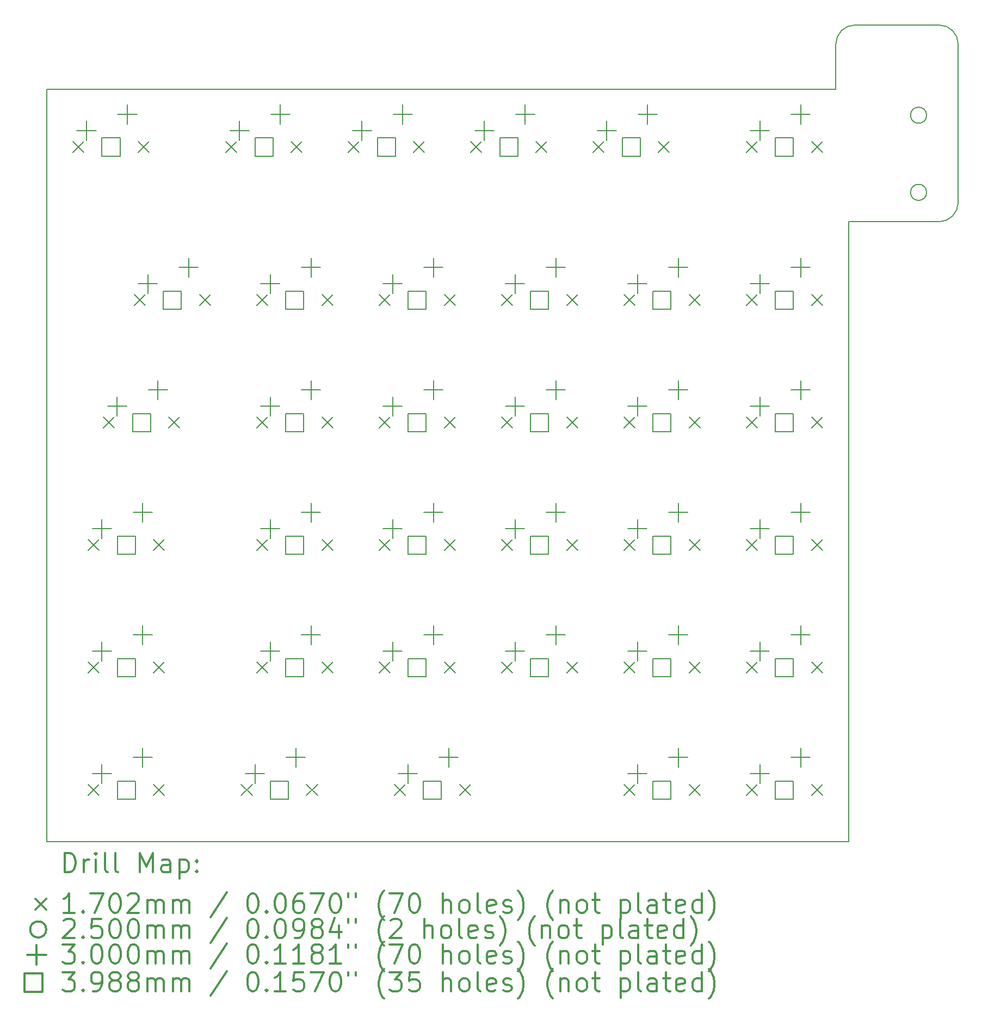
<source format=gbr>
%FSLAX45Y45*%
G04 Gerber Fmt 4.5, Leading zero omitted, Abs format (unit mm)*
G04 Created by KiCad (PCBNEW 5.1.12-1.fc34) date 2021-12-19 19:02:48*
%MOMM*%
%LPD*%
G01*
G04 APERTURE LIST*
%TA.AperFunction,Profile*%
%ADD10C,0.200000*%
%TD*%
%ADD11C,0.200000*%
%ADD12C,0.300000*%
G04 APERTURE END LIST*
D10*
X16993410Y-2435765D02*
X16993410Y-4195765D01*
X16693410Y-4495765D02*
X15288410Y-4495765D01*
X16993410Y-4195765D02*
G75*
G02*
X16693410Y-4495765I-300000J0D01*
G01*
X2810926Y-14137000D02*
X2810926Y-2435765D01*
X16693410Y-1435765D02*
G75*
G02*
X16993410Y-1735765I0J-300000D01*
G01*
X16993410Y-1735765D02*
X16993410Y-2435765D01*
X15288410Y-14137000D02*
X2810926Y-14137000D01*
X15088410Y-1735765D02*
X15088410Y-2435765D01*
X2810926Y-2435765D02*
X15088410Y-2435765D01*
X16693410Y-1435765D02*
X15388410Y-1435765D01*
X15088410Y-1735765D02*
G75*
G02*
X15388410Y-1435765I300000J0D01*
G01*
X15288410Y-4495765D02*
X15288410Y-14137000D01*
D11*
X3216910Y-3248660D02*
X3387090Y-3418840D01*
X3387090Y-3248660D02*
X3216910Y-3418840D01*
X3455035Y-9439910D02*
X3625215Y-9610090D01*
X3625215Y-9439910D02*
X3455035Y-9610090D01*
X3455035Y-11344910D02*
X3625215Y-11515090D01*
X3625215Y-11344910D02*
X3455035Y-11515090D01*
X3455035Y-13249910D02*
X3625215Y-13420090D01*
X3625215Y-13249910D02*
X3455035Y-13420090D01*
X3693160Y-7534910D02*
X3863340Y-7705090D01*
X3863340Y-7534910D02*
X3693160Y-7705090D01*
X4169410Y-5629910D02*
X4339590Y-5800090D01*
X4339590Y-5629910D02*
X4169410Y-5800090D01*
X4232910Y-3248660D02*
X4403090Y-3418840D01*
X4403090Y-3248660D02*
X4232910Y-3418840D01*
X4471035Y-9439910D02*
X4641215Y-9610090D01*
X4641215Y-9439910D02*
X4471035Y-9610090D01*
X4471035Y-11344910D02*
X4641215Y-11515090D01*
X4641215Y-11344910D02*
X4471035Y-11515090D01*
X4471035Y-13249910D02*
X4641215Y-13420090D01*
X4641215Y-13249910D02*
X4471035Y-13420090D01*
X4709160Y-7534910D02*
X4879340Y-7705090D01*
X4879340Y-7534910D02*
X4709160Y-7705090D01*
X5185410Y-5629910D02*
X5355590Y-5800090D01*
X5355590Y-5629910D02*
X5185410Y-5800090D01*
X5598160Y-3248660D02*
X5768340Y-3418840D01*
X5768340Y-3248660D02*
X5598160Y-3418840D01*
X5836285Y-13249910D02*
X6006465Y-13420090D01*
X6006465Y-13249910D02*
X5836285Y-13420090D01*
X6074410Y-5629910D02*
X6244590Y-5800090D01*
X6244590Y-5629910D02*
X6074410Y-5800090D01*
X6074410Y-7534910D02*
X6244590Y-7705090D01*
X6244590Y-7534910D02*
X6074410Y-7705090D01*
X6074410Y-9439910D02*
X6244590Y-9610090D01*
X6244590Y-9439910D02*
X6074410Y-9610090D01*
X6074410Y-11344910D02*
X6244590Y-11515090D01*
X6244590Y-11344910D02*
X6074410Y-11515090D01*
X6614160Y-3248660D02*
X6784340Y-3418840D01*
X6784340Y-3248660D02*
X6614160Y-3418840D01*
X6852285Y-13249910D02*
X7022465Y-13420090D01*
X7022465Y-13249910D02*
X6852285Y-13420090D01*
X7090410Y-5629910D02*
X7260590Y-5800090D01*
X7260590Y-5629910D02*
X7090410Y-5800090D01*
X7090410Y-7534910D02*
X7260590Y-7705090D01*
X7260590Y-7534910D02*
X7090410Y-7705090D01*
X7090410Y-9439910D02*
X7260590Y-9610090D01*
X7260590Y-9439910D02*
X7090410Y-9610090D01*
X7090410Y-11344910D02*
X7260590Y-11515090D01*
X7260590Y-11344910D02*
X7090410Y-11515090D01*
X7503160Y-3248660D02*
X7673340Y-3418840D01*
X7673340Y-3248660D02*
X7503160Y-3418840D01*
X7979410Y-5629910D02*
X8149590Y-5800090D01*
X8149590Y-5629910D02*
X7979410Y-5800090D01*
X7979410Y-7534910D02*
X8149590Y-7705090D01*
X8149590Y-7534910D02*
X7979410Y-7705090D01*
X7979410Y-9439910D02*
X8149590Y-9610090D01*
X8149590Y-9439910D02*
X7979410Y-9610090D01*
X7979410Y-11344910D02*
X8149590Y-11515090D01*
X8149590Y-11344910D02*
X7979410Y-11515090D01*
X8217535Y-13249910D02*
X8387715Y-13420090D01*
X8387715Y-13249910D02*
X8217535Y-13420090D01*
X8519160Y-3248660D02*
X8689340Y-3418840D01*
X8689340Y-3248660D02*
X8519160Y-3418840D01*
X8995410Y-5629910D02*
X9165590Y-5800090D01*
X9165590Y-5629910D02*
X8995410Y-5800090D01*
X8995410Y-7534910D02*
X9165590Y-7705090D01*
X9165590Y-7534910D02*
X8995410Y-7705090D01*
X8995410Y-9439910D02*
X9165590Y-9610090D01*
X9165590Y-9439910D02*
X8995410Y-9610090D01*
X8995410Y-11344910D02*
X9165590Y-11515090D01*
X9165590Y-11344910D02*
X8995410Y-11515090D01*
X9233535Y-13249910D02*
X9403715Y-13420090D01*
X9403715Y-13249910D02*
X9233535Y-13420090D01*
X9408160Y-3248660D02*
X9578340Y-3418840D01*
X9578340Y-3248660D02*
X9408160Y-3418840D01*
X9884410Y-5629910D02*
X10054590Y-5800090D01*
X10054590Y-5629910D02*
X9884410Y-5800090D01*
X9884410Y-7534910D02*
X10054590Y-7705090D01*
X10054590Y-7534910D02*
X9884410Y-7705090D01*
X9884410Y-9439910D02*
X10054590Y-9610090D01*
X10054590Y-9439910D02*
X9884410Y-9610090D01*
X9884410Y-11344910D02*
X10054590Y-11515090D01*
X10054590Y-11344910D02*
X9884410Y-11515090D01*
X10424160Y-3248660D02*
X10594340Y-3418840D01*
X10594340Y-3248660D02*
X10424160Y-3418840D01*
X10900410Y-5629910D02*
X11070590Y-5800090D01*
X11070590Y-5629910D02*
X10900410Y-5800090D01*
X10900410Y-7534910D02*
X11070590Y-7705090D01*
X11070590Y-7534910D02*
X10900410Y-7705090D01*
X10900410Y-9439910D02*
X11070590Y-9610090D01*
X11070590Y-9439910D02*
X10900410Y-9610090D01*
X10900410Y-11344910D02*
X11070590Y-11515090D01*
X11070590Y-11344910D02*
X10900410Y-11515090D01*
X11313160Y-3248660D02*
X11483340Y-3418840D01*
X11483340Y-3248660D02*
X11313160Y-3418840D01*
X11789410Y-5629910D02*
X11959590Y-5800090D01*
X11959590Y-5629910D02*
X11789410Y-5800090D01*
X11789410Y-7534910D02*
X11959590Y-7705090D01*
X11959590Y-7534910D02*
X11789410Y-7705090D01*
X11789410Y-9439910D02*
X11959590Y-9610090D01*
X11959590Y-9439910D02*
X11789410Y-9610090D01*
X11789410Y-11344910D02*
X11959590Y-11515090D01*
X11959590Y-11344910D02*
X11789410Y-11515090D01*
X11789410Y-13249910D02*
X11959590Y-13420090D01*
X11959590Y-13249910D02*
X11789410Y-13420090D01*
X12329160Y-3248660D02*
X12499340Y-3418840D01*
X12499340Y-3248660D02*
X12329160Y-3418840D01*
X12805410Y-5629910D02*
X12975590Y-5800090D01*
X12975590Y-5629910D02*
X12805410Y-5800090D01*
X12805410Y-7534910D02*
X12975590Y-7705090D01*
X12975590Y-7534910D02*
X12805410Y-7705090D01*
X12805410Y-9439910D02*
X12975590Y-9610090D01*
X12975590Y-9439910D02*
X12805410Y-9610090D01*
X12805410Y-11344910D02*
X12975590Y-11515090D01*
X12975590Y-11344910D02*
X12805410Y-11515090D01*
X12805410Y-13249910D02*
X12975590Y-13420090D01*
X12975590Y-13249910D02*
X12805410Y-13420090D01*
X13694410Y-3248660D02*
X13864590Y-3418840D01*
X13864590Y-3248660D02*
X13694410Y-3418840D01*
X13694410Y-5629910D02*
X13864590Y-5800090D01*
X13864590Y-5629910D02*
X13694410Y-5800090D01*
X13694410Y-7534910D02*
X13864590Y-7705090D01*
X13864590Y-7534910D02*
X13694410Y-7705090D01*
X13694410Y-9439910D02*
X13864590Y-9610090D01*
X13864590Y-9439910D02*
X13694410Y-9610090D01*
X13694410Y-11344910D02*
X13864590Y-11515090D01*
X13864590Y-11344910D02*
X13694410Y-11515090D01*
X13694410Y-13249910D02*
X13864590Y-13420090D01*
X13864590Y-13249910D02*
X13694410Y-13420090D01*
X14710410Y-3248660D02*
X14880590Y-3418840D01*
X14880590Y-3248660D02*
X14710410Y-3418840D01*
X14710410Y-5629910D02*
X14880590Y-5800090D01*
X14880590Y-5629910D02*
X14710410Y-5800090D01*
X14710410Y-7534910D02*
X14880590Y-7705090D01*
X14880590Y-7534910D02*
X14710410Y-7705090D01*
X14710410Y-9439910D02*
X14880590Y-9610090D01*
X14880590Y-9439910D02*
X14710410Y-9610090D01*
X14710410Y-11344910D02*
X14880590Y-11515090D01*
X14880590Y-11344910D02*
X14710410Y-11515090D01*
X14710410Y-13249910D02*
X14880590Y-13420090D01*
X14880590Y-13249910D02*
X14710410Y-13420090D01*
X16502000Y-2839000D02*
G75*
G03*
X16502000Y-2839000I-125000J0D01*
G01*
X16502000Y-4039000D02*
G75*
G03*
X16502000Y-4039000I-125000J0D01*
G01*
X3429000Y-2929750D02*
X3429000Y-3229750D01*
X3279000Y-3079750D02*
X3579000Y-3079750D01*
X3667125Y-9121000D02*
X3667125Y-9421000D01*
X3517125Y-9271000D02*
X3817125Y-9271000D01*
X3667125Y-11026000D02*
X3667125Y-11326000D01*
X3517125Y-11176000D02*
X3817125Y-11176000D01*
X3667125Y-12931000D02*
X3667125Y-13231000D01*
X3517125Y-13081000D02*
X3817125Y-13081000D01*
X3905250Y-7216000D02*
X3905250Y-7516000D01*
X3755250Y-7366000D02*
X4055250Y-7366000D01*
X4064000Y-2675750D02*
X4064000Y-2975750D01*
X3914000Y-2825750D02*
X4214000Y-2825750D01*
X4302125Y-8867000D02*
X4302125Y-9167000D01*
X4152125Y-9017000D02*
X4452125Y-9017000D01*
X4302125Y-10772000D02*
X4302125Y-11072000D01*
X4152125Y-10922000D02*
X4452125Y-10922000D01*
X4302125Y-12677000D02*
X4302125Y-12977000D01*
X4152125Y-12827000D02*
X4452125Y-12827000D01*
X4381500Y-5311000D02*
X4381500Y-5611000D01*
X4231500Y-5461000D02*
X4531500Y-5461000D01*
X4540250Y-6962000D02*
X4540250Y-7262000D01*
X4390250Y-7112000D02*
X4690250Y-7112000D01*
X5016500Y-5057000D02*
X5016500Y-5357000D01*
X4866500Y-5207000D02*
X5166500Y-5207000D01*
X5810250Y-2929750D02*
X5810250Y-3229750D01*
X5660250Y-3079750D02*
X5960250Y-3079750D01*
X6048375Y-12931000D02*
X6048375Y-13231000D01*
X5898375Y-13081000D02*
X6198375Y-13081000D01*
X6286500Y-5311000D02*
X6286500Y-5611000D01*
X6136500Y-5461000D02*
X6436500Y-5461000D01*
X6286500Y-7216000D02*
X6286500Y-7516000D01*
X6136500Y-7366000D02*
X6436500Y-7366000D01*
X6286500Y-9121000D02*
X6286500Y-9421000D01*
X6136500Y-9271000D02*
X6436500Y-9271000D01*
X6286500Y-11026000D02*
X6286500Y-11326000D01*
X6136500Y-11176000D02*
X6436500Y-11176000D01*
X6445250Y-2675750D02*
X6445250Y-2975750D01*
X6295250Y-2825750D02*
X6595250Y-2825750D01*
X6683375Y-12677000D02*
X6683375Y-12977000D01*
X6533375Y-12827000D02*
X6833375Y-12827000D01*
X6921500Y-5057000D02*
X6921500Y-5357000D01*
X6771500Y-5207000D02*
X7071500Y-5207000D01*
X6921500Y-6962000D02*
X6921500Y-7262000D01*
X6771500Y-7112000D02*
X7071500Y-7112000D01*
X6921500Y-8867000D02*
X6921500Y-9167000D01*
X6771500Y-9017000D02*
X7071500Y-9017000D01*
X6921500Y-10772000D02*
X6921500Y-11072000D01*
X6771500Y-10922000D02*
X7071500Y-10922000D01*
X7715250Y-2929750D02*
X7715250Y-3229750D01*
X7565250Y-3079750D02*
X7865250Y-3079750D01*
X8191500Y-5311000D02*
X8191500Y-5611000D01*
X8041500Y-5461000D02*
X8341500Y-5461000D01*
X8191500Y-7216000D02*
X8191500Y-7516000D01*
X8041500Y-7366000D02*
X8341500Y-7366000D01*
X8191500Y-9121000D02*
X8191500Y-9421000D01*
X8041500Y-9271000D02*
X8341500Y-9271000D01*
X8191500Y-11026000D02*
X8191500Y-11326000D01*
X8041500Y-11176000D02*
X8341500Y-11176000D01*
X8350250Y-2675750D02*
X8350250Y-2975750D01*
X8200250Y-2825750D02*
X8500250Y-2825750D01*
X8429625Y-12931000D02*
X8429625Y-13231000D01*
X8279625Y-13081000D02*
X8579625Y-13081000D01*
X8826500Y-5057000D02*
X8826500Y-5357000D01*
X8676500Y-5207000D02*
X8976500Y-5207000D01*
X8826500Y-6962000D02*
X8826500Y-7262000D01*
X8676500Y-7112000D02*
X8976500Y-7112000D01*
X8826500Y-8867000D02*
X8826500Y-9167000D01*
X8676500Y-9017000D02*
X8976500Y-9017000D01*
X8826500Y-10772000D02*
X8826500Y-11072000D01*
X8676500Y-10922000D02*
X8976500Y-10922000D01*
X9064625Y-12677000D02*
X9064625Y-12977000D01*
X8914625Y-12827000D02*
X9214625Y-12827000D01*
X9620250Y-2929750D02*
X9620250Y-3229750D01*
X9470250Y-3079750D02*
X9770250Y-3079750D01*
X10096500Y-5311000D02*
X10096500Y-5611000D01*
X9946500Y-5461000D02*
X10246500Y-5461000D01*
X10096500Y-7216000D02*
X10096500Y-7516000D01*
X9946500Y-7366000D02*
X10246500Y-7366000D01*
X10096500Y-9121000D02*
X10096500Y-9421000D01*
X9946500Y-9271000D02*
X10246500Y-9271000D01*
X10096500Y-11026000D02*
X10096500Y-11326000D01*
X9946500Y-11176000D02*
X10246500Y-11176000D01*
X10255250Y-2675750D02*
X10255250Y-2975750D01*
X10105250Y-2825750D02*
X10405250Y-2825750D01*
X10731500Y-5057000D02*
X10731500Y-5357000D01*
X10581500Y-5207000D02*
X10881500Y-5207000D01*
X10731500Y-6962000D02*
X10731500Y-7262000D01*
X10581500Y-7112000D02*
X10881500Y-7112000D01*
X10731500Y-8867000D02*
X10731500Y-9167000D01*
X10581500Y-9017000D02*
X10881500Y-9017000D01*
X10731500Y-10772000D02*
X10731500Y-11072000D01*
X10581500Y-10922000D02*
X10881500Y-10922000D01*
X11525250Y-2929750D02*
X11525250Y-3229750D01*
X11375250Y-3079750D02*
X11675250Y-3079750D01*
X12001500Y-5311000D02*
X12001500Y-5611000D01*
X11851500Y-5461000D02*
X12151500Y-5461000D01*
X12001500Y-7216000D02*
X12001500Y-7516000D01*
X11851500Y-7366000D02*
X12151500Y-7366000D01*
X12001500Y-9121000D02*
X12001500Y-9421000D01*
X11851500Y-9271000D02*
X12151500Y-9271000D01*
X12001500Y-11026000D02*
X12001500Y-11326000D01*
X11851500Y-11176000D02*
X12151500Y-11176000D01*
X12001500Y-12931000D02*
X12001500Y-13231000D01*
X11851500Y-13081000D02*
X12151500Y-13081000D01*
X12160250Y-2675750D02*
X12160250Y-2975750D01*
X12010250Y-2825750D02*
X12310250Y-2825750D01*
X12636500Y-5057000D02*
X12636500Y-5357000D01*
X12486500Y-5207000D02*
X12786500Y-5207000D01*
X12636500Y-6962000D02*
X12636500Y-7262000D01*
X12486500Y-7112000D02*
X12786500Y-7112000D01*
X12636500Y-8867000D02*
X12636500Y-9167000D01*
X12486500Y-9017000D02*
X12786500Y-9017000D01*
X12636500Y-10772000D02*
X12636500Y-11072000D01*
X12486500Y-10922000D02*
X12786500Y-10922000D01*
X12636500Y-12677000D02*
X12636500Y-12977000D01*
X12486500Y-12827000D02*
X12786500Y-12827000D01*
X13906500Y-2929750D02*
X13906500Y-3229750D01*
X13756500Y-3079750D02*
X14056500Y-3079750D01*
X13906500Y-5311000D02*
X13906500Y-5611000D01*
X13756500Y-5461000D02*
X14056500Y-5461000D01*
X13906500Y-7216000D02*
X13906500Y-7516000D01*
X13756500Y-7366000D02*
X14056500Y-7366000D01*
X13906500Y-9121000D02*
X13906500Y-9421000D01*
X13756500Y-9271000D02*
X14056500Y-9271000D01*
X13906500Y-11026000D02*
X13906500Y-11326000D01*
X13756500Y-11176000D02*
X14056500Y-11176000D01*
X13906500Y-12931000D02*
X13906500Y-13231000D01*
X13756500Y-13081000D02*
X14056500Y-13081000D01*
X14541500Y-2675750D02*
X14541500Y-2975750D01*
X14391500Y-2825750D02*
X14691500Y-2825750D01*
X14541500Y-5057000D02*
X14541500Y-5357000D01*
X14391500Y-5207000D02*
X14691500Y-5207000D01*
X14541500Y-6962000D02*
X14541500Y-7262000D01*
X14391500Y-7112000D02*
X14691500Y-7112000D01*
X14541500Y-8867000D02*
X14541500Y-9167000D01*
X14391500Y-9017000D02*
X14691500Y-9017000D01*
X14541500Y-10772000D02*
X14541500Y-11072000D01*
X14391500Y-10922000D02*
X14691500Y-10922000D01*
X14541500Y-12677000D02*
X14541500Y-12977000D01*
X14391500Y-12827000D02*
X14691500Y-12827000D01*
X3950991Y-3474741D02*
X3950991Y-3192759D01*
X3669009Y-3192759D01*
X3669009Y-3474741D01*
X3950991Y-3474741D01*
X4189116Y-9665991D02*
X4189116Y-9384009D01*
X3907134Y-9384009D01*
X3907134Y-9665991D01*
X4189116Y-9665991D01*
X4189116Y-11570991D02*
X4189116Y-11289009D01*
X3907134Y-11289009D01*
X3907134Y-11570991D01*
X4189116Y-11570991D01*
X4189116Y-13475991D02*
X4189116Y-13194009D01*
X3907134Y-13194009D01*
X3907134Y-13475991D01*
X4189116Y-13475991D01*
X4427241Y-7760991D02*
X4427241Y-7479009D01*
X4145259Y-7479009D01*
X4145259Y-7760991D01*
X4427241Y-7760991D01*
X4903491Y-5855991D02*
X4903491Y-5574009D01*
X4621509Y-5574009D01*
X4621509Y-5855991D01*
X4903491Y-5855991D01*
X6332241Y-3474741D02*
X6332241Y-3192759D01*
X6050259Y-3192759D01*
X6050259Y-3474741D01*
X6332241Y-3474741D01*
X6570366Y-13475991D02*
X6570366Y-13194009D01*
X6288384Y-13194009D01*
X6288384Y-13475991D01*
X6570366Y-13475991D01*
X6808491Y-5855991D02*
X6808491Y-5574009D01*
X6526509Y-5574009D01*
X6526509Y-5855991D01*
X6808491Y-5855991D01*
X6808491Y-7760991D02*
X6808491Y-7479009D01*
X6526509Y-7479009D01*
X6526509Y-7760991D01*
X6808491Y-7760991D01*
X6808491Y-9665991D02*
X6808491Y-9384009D01*
X6526509Y-9384009D01*
X6526509Y-9665991D01*
X6808491Y-9665991D01*
X6808491Y-11570991D02*
X6808491Y-11289009D01*
X6526509Y-11289009D01*
X6526509Y-11570991D01*
X6808491Y-11570991D01*
X8237241Y-3474741D02*
X8237241Y-3192759D01*
X7955259Y-3192759D01*
X7955259Y-3474741D01*
X8237241Y-3474741D01*
X8713491Y-5855991D02*
X8713491Y-5574009D01*
X8431509Y-5574009D01*
X8431509Y-5855991D01*
X8713491Y-5855991D01*
X8713491Y-7760991D02*
X8713491Y-7479009D01*
X8431509Y-7479009D01*
X8431509Y-7760991D01*
X8713491Y-7760991D01*
X8713491Y-9665991D02*
X8713491Y-9384009D01*
X8431509Y-9384009D01*
X8431509Y-9665991D01*
X8713491Y-9665991D01*
X8713491Y-11570991D02*
X8713491Y-11289009D01*
X8431509Y-11289009D01*
X8431509Y-11570991D01*
X8713491Y-11570991D01*
X8951616Y-13475991D02*
X8951616Y-13194009D01*
X8669634Y-13194009D01*
X8669634Y-13475991D01*
X8951616Y-13475991D01*
X10142241Y-3474741D02*
X10142241Y-3192759D01*
X9860259Y-3192759D01*
X9860259Y-3474741D01*
X10142241Y-3474741D01*
X10618491Y-5855991D02*
X10618491Y-5574009D01*
X10336509Y-5574009D01*
X10336509Y-5855991D01*
X10618491Y-5855991D01*
X10618491Y-7760991D02*
X10618491Y-7479009D01*
X10336509Y-7479009D01*
X10336509Y-7760991D01*
X10618491Y-7760991D01*
X10618491Y-9665991D02*
X10618491Y-9384009D01*
X10336509Y-9384009D01*
X10336509Y-9665991D01*
X10618491Y-9665991D01*
X10618491Y-11570991D02*
X10618491Y-11289009D01*
X10336509Y-11289009D01*
X10336509Y-11570991D01*
X10618491Y-11570991D01*
X12047241Y-3474741D02*
X12047241Y-3192759D01*
X11765259Y-3192759D01*
X11765259Y-3474741D01*
X12047241Y-3474741D01*
X12523491Y-5855991D02*
X12523491Y-5574009D01*
X12241509Y-5574009D01*
X12241509Y-5855991D01*
X12523491Y-5855991D01*
X12523491Y-7760991D02*
X12523491Y-7479009D01*
X12241509Y-7479009D01*
X12241509Y-7760991D01*
X12523491Y-7760991D01*
X12523491Y-9665991D02*
X12523491Y-9384009D01*
X12241509Y-9384009D01*
X12241509Y-9665991D01*
X12523491Y-9665991D01*
X12523491Y-11570991D02*
X12523491Y-11289009D01*
X12241509Y-11289009D01*
X12241509Y-11570991D01*
X12523491Y-11570991D01*
X12523491Y-13475991D02*
X12523491Y-13194009D01*
X12241509Y-13194009D01*
X12241509Y-13475991D01*
X12523491Y-13475991D01*
X14428491Y-3474741D02*
X14428491Y-3192759D01*
X14146509Y-3192759D01*
X14146509Y-3474741D01*
X14428491Y-3474741D01*
X14428491Y-5855991D02*
X14428491Y-5574009D01*
X14146509Y-5574009D01*
X14146509Y-5855991D01*
X14428491Y-5855991D01*
X14428491Y-7760991D02*
X14428491Y-7479009D01*
X14146509Y-7479009D01*
X14146509Y-7760991D01*
X14428491Y-7760991D01*
X14428491Y-9665991D02*
X14428491Y-9384009D01*
X14146509Y-9384009D01*
X14146509Y-9665991D01*
X14428491Y-9665991D01*
X14428491Y-11570991D02*
X14428491Y-11289009D01*
X14146509Y-11289009D01*
X14146509Y-11570991D01*
X14428491Y-11570991D01*
X14428491Y-13475991D02*
X14428491Y-13194009D01*
X14146509Y-13194009D01*
X14146509Y-13475991D01*
X14428491Y-13475991D01*
D12*
X3087354Y-14612714D02*
X3087354Y-14312714D01*
X3158783Y-14312714D01*
X3201640Y-14327000D01*
X3230212Y-14355571D01*
X3244497Y-14384143D01*
X3258783Y-14441286D01*
X3258783Y-14484143D01*
X3244497Y-14541286D01*
X3230212Y-14569857D01*
X3201640Y-14598429D01*
X3158783Y-14612714D01*
X3087354Y-14612714D01*
X3387354Y-14612714D02*
X3387354Y-14412714D01*
X3387354Y-14469857D02*
X3401640Y-14441286D01*
X3415926Y-14427000D01*
X3444497Y-14412714D01*
X3473069Y-14412714D01*
X3573069Y-14612714D02*
X3573069Y-14412714D01*
X3573069Y-14312714D02*
X3558783Y-14327000D01*
X3573069Y-14341286D01*
X3587354Y-14327000D01*
X3573069Y-14312714D01*
X3573069Y-14341286D01*
X3758783Y-14612714D02*
X3730212Y-14598429D01*
X3715926Y-14569857D01*
X3715926Y-14312714D01*
X3915926Y-14612714D02*
X3887354Y-14598429D01*
X3873069Y-14569857D01*
X3873069Y-14312714D01*
X4258783Y-14612714D02*
X4258783Y-14312714D01*
X4358783Y-14527000D01*
X4458783Y-14312714D01*
X4458783Y-14612714D01*
X4730212Y-14612714D02*
X4730212Y-14455571D01*
X4715926Y-14427000D01*
X4687354Y-14412714D01*
X4630212Y-14412714D01*
X4601640Y-14427000D01*
X4730212Y-14598429D02*
X4701640Y-14612714D01*
X4630212Y-14612714D01*
X4601640Y-14598429D01*
X4587354Y-14569857D01*
X4587354Y-14541286D01*
X4601640Y-14512714D01*
X4630212Y-14498429D01*
X4701640Y-14498429D01*
X4730212Y-14484143D01*
X4873069Y-14412714D02*
X4873069Y-14712714D01*
X4873069Y-14427000D02*
X4901640Y-14412714D01*
X4958783Y-14412714D01*
X4987354Y-14427000D01*
X5001640Y-14441286D01*
X5015926Y-14469857D01*
X5015926Y-14555571D01*
X5001640Y-14584143D01*
X4987354Y-14598429D01*
X4958783Y-14612714D01*
X4901640Y-14612714D01*
X4873069Y-14598429D01*
X5144497Y-14584143D02*
X5158783Y-14598429D01*
X5144497Y-14612714D01*
X5130212Y-14598429D01*
X5144497Y-14584143D01*
X5144497Y-14612714D01*
X5144497Y-14427000D02*
X5158783Y-14441286D01*
X5144497Y-14455571D01*
X5130212Y-14441286D01*
X5144497Y-14427000D01*
X5144497Y-14455571D01*
X2630746Y-15021910D02*
X2800926Y-15192090D01*
X2800926Y-15021910D02*
X2630746Y-15192090D01*
X3244497Y-15242714D02*
X3073069Y-15242714D01*
X3158783Y-15242714D02*
X3158783Y-14942714D01*
X3130212Y-14985571D01*
X3101640Y-15014143D01*
X3073069Y-15028429D01*
X3373069Y-15214143D02*
X3387354Y-15228429D01*
X3373069Y-15242714D01*
X3358783Y-15228429D01*
X3373069Y-15214143D01*
X3373069Y-15242714D01*
X3487354Y-14942714D02*
X3687354Y-14942714D01*
X3558783Y-15242714D01*
X3858783Y-14942714D02*
X3887354Y-14942714D01*
X3915926Y-14957000D01*
X3930212Y-14971286D01*
X3944497Y-14999857D01*
X3958783Y-15057000D01*
X3958783Y-15128429D01*
X3944497Y-15185571D01*
X3930212Y-15214143D01*
X3915926Y-15228429D01*
X3887354Y-15242714D01*
X3858783Y-15242714D01*
X3830212Y-15228429D01*
X3815926Y-15214143D01*
X3801640Y-15185571D01*
X3787354Y-15128429D01*
X3787354Y-15057000D01*
X3801640Y-14999857D01*
X3815926Y-14971286D01*
X3830212Y-14957000D01*
X3858783Y-14942714D01*
X4073069Y-14971286D02*
X4087354Y-14957000D01*
X4115926Y-14942714D01*
X4187354Y-14942714D01*
X4215926Y-14957000D01*
X4230212Y-14971286D01*
X4244497Y-14999857D01*
X4244497Y-15028429D01*
X4230212Y-15071286D01*
X4058783Y-15242714D01*
X4244497Y-15242714D01*
X4373069Y-15242714D02*
X4373069Y-15042714D01*
X4373069Y-15071286D02*
X4387354Y-15057000D01*
X4415926Y-15042714D01*
X4458783Y-15042714D01*
X4487354Y-15057000D01*
X4501640Y-15085571D01*
X4501640Y-15242714D01*
X4501640Y-15085571D02*
X4515926Y-15057000D01*
X4544497Y-15042714D01*
X4587354Y-15042714D01*
X4615926Y-15057000D01*
X4630212Y-15085571D01*
X4630212Y-15242714D01*
X4773069Y-15242714D02*
X4773069Y-15042714D01*
X4773069Y-15071286D02*
X4787354Y-15057000D01*
X4815926Y-15042714D01*
X4858783Y-15042714D01*
X4887354Y-15057000D01*
X4901640Y-15085571D01*
X4901640Y-15242714D01*
X4901640Y-15085571D02*
X4915926Y-15057000D01*
X4944497Y-15042714D01*
X4987354Y-15042714D01*
X5015926Y-15057000D01*
X5030212Y-15085571D01*
X5030212Y-15242714D01*
X5615926Y-14928429D02*
X5358783Y-15314143D01*
X6001640Y-14942714D02*
X6030212Y-14942714D01*
X6058783Y-14957000D01*
X6073069Y-14971286D01*
X6087354Y-14999857D01*
X6101640Y-15057000D01*
X6101640Y-15128429D01*
X6087354Y-15185571D01*
X6073069Y-15214143D01*
X6058783Y-15228429D01*
X6030212Y-15242714D01*
X6001640Y-15242714D01*
X5973069Y-15228429D01*
X5958783Y-15214143D01*
X5944497Y-15185571D01*
X5930212Y-15128429D01*
X5930212Y-15057000D01*
X5944497Y-14999857D01*
X5958783Y-14971286D01*
X5973069Y-14957000D01*
X6001640Y-14942714D01*
X6230212Y-15214143D02*
X6244497Y-15228429D01*
X6230212Y-15242714D01*
X6215926Y-15228429D01*
X6230212Y-15214143D01*
X6230212Y-15242714D01*
X6430212Y-14942714D02*
X6458783Y-14942714D01*
X6487354Y-14957000D01*
X6501640Y-14971286D01*
X6515926Y-14999857D01*
X6530212Y-15057000D01*
X6530212Y-15128429D01*
X6515926Y-15185571D01*
X6501640Y-15214143D01*
X6487354Y-15228429D01*
X6458783Y-15242714D01*
X6430212Y-15242714D01*
X6401640Y-15228429D01*
X6387354Y-15214143D01*
X6373069Y-15185571D01*
X6358783Y-15128429D01*
X6358783Y-15057000D01*
X6373069Y-14999857D01*
X6387354Y-14971286D01*
X6401640Y-14957000D01*
X6430212Y-14942714D01*
X6787354Y-14942714D02*
X6730212Y-14942714D01*
X6701640Y-14957000D01*
X6687354Y-14971286D01*
X6658783Y-15014143D01*
X6644497Y-15071286D01*
X6644497Y-15185571D01*
X6658783Y-15214143D01*
X6673069Y-15228429D01*
X6701640Y-15242714D01*
X6758783Y-15242714D01*
X6787354Y-15228429D01*
X6801640Y-15214143D01*
X6815926Y-15185571D01*
X6815926Y-15114143D01*
X6801640Y-15085571D01*
X6787354Y-15071286D01*
X6758783Y-15057000D01*
X6701640Y-15057000D01*
X6673069Y-15071286D01*
X6658783Y-15085571D01*
X6644497Y-15114143D01*
X6915926Y-14942714D02*
X7115926Y-14942714D01*
X6987354Y-15242714D01*
X7287354Y-14942714D02*
X7315926Y-14942714D01*
X7344497Y-14957000D01*
X7358783Y-14971286D01*
X7373069Y-14999857D01*
X7387354Y-15057000D01*
X7387354Y-15128429D01*
X7373069Y-15185571D01*
X7358783Y-15214143D01*
X7344497Y-15228429D01*
X7315926Y-15242714D01*
X7287354Y-15242714D01*
X7258783Y-15228429D01*
X7244497Y-15214143D01*
X7230212Y-15185571D01*
X7215926Y-15128429D01*
X7215926Y-15057000D01*
X7230212Y-14999857D01*
X7244497Y-14971286D01*
X7258783Y-14957000D01*
X7287354Y-14942714D01*
X7501640Y-14942714D02*
X7501640Y-14999857D01*
X7615926Y-14942714D02*
X7615926Y-14999857D01*
X8058783Y-15357000D02*
X8044497Y-15342714D01*
X8015926Y-15299857D01*
X8001640Y-15271286D01*
X7987354Y-15228429D01*
X7973069Y-15157000D01*
X7973069Y-15099857D01*
X7987354Y-15028429D01*
X8001640Y-14985571D01*
X8015926Y-14957000D01*
X8044497Y-14914143D01*
X8058783Y-14899857D01*
X8144497Y-14942714D02*
X8344497Y-14942714D01*
X8215926Y-15242714D01*
X8515926Y-14942714D02*
X8544497Y-14942714D01*
X8573069Y-14957000D01*
X8587354Y-14971286D01*
X8601640Y-14999857D01*
X8615926Y-15057000D01*
X8615926Y-15128429D01*
X8601640Y-15185571D01*
X8587354Y-15214143D01*
X8573069Y-15228429D01*
X8544497Y-15242714D01*
X8515926Y-15242714D01*
X8487354Y-15228429D01*
X8473069Y-15214143D01*
X8458783Y-15185571D01*
X8444497Y-15128429D01*
X8444497Y-15057000D01*
X8458783Y-14999857D01*
X8473069Y-14971286D01*
X8487354Y-14957000D01*
X8515926Y-14942714D01*
X8973069Y-15242714D02*
X8973069Y-14942714D01*
X9101640Y-15242714D02*
X9101640Y-15085571D01*
X9087354Y-15057000D01*
X9058783Y-15042714D01*
X9015926Y-15042714D01*
X8987354Y-15057000D01*
X8973069Y-15071286D01*
X9287354Y-15242714D02*
X9258783Y-15228429D01*
X9244497Y-15214143D01*
X9230212Y-15185571D01*
X9230212Y-15099857D01*
X9244497Y-15071286D01*
X9258783Y-15057000D01*
X9287354Y-15042714D01*
X9330212Y-15042714D01*
X9358783Y-15057000D01*
X9373069Y-15071286D01*
X9387354Y-15099857D01*
X9387354Y-15185571D01*
X9373069Y-15214143D01*
X9358783Y-15228429D01*
X9330212Y-15242714D01*
X9287354Y-15242714D01*
X9558783Y-15242714D02*
X9530212Y-15228429D01*
X9515926Y-15199857D01*
X9515926Y-14942714D01*
X9787354Y-15228429D02*
X9758783Y-15242714D01*
X9701640Y-15242714D01*
X9673069Y-15228429D01*
X9658783Y-15199857D01*
X9658783Y-15085571D01*
X9673069Y-15057000D01*
X9701640Y-15042714D01*
X9758783Y-15042714D01*
X9787354Y-15057000D01*
X9801640Y-15085571D01*
X9801640Y-15114143D01*
X9658783Y-15142714D01*
X9915926Y-15228429D02*
X9944497Y-15242714D01*
X10001640Y-15242714D01*
X10030212Y-15228429D01*
X10044497Y-15199857D01*
X10044497Y-15185571D01*
X10030212Y-15157000D01*
X10001640Y-15142714D01*
X9958783Y-15142714D01*
X9930212Y-15128429D01*
X9915926Y-15099857D01*
X9915926Y-15085571D01*
X9930212Y-15057000D01*
X9958783Y-15042714D01*
X10001640Y-15042714D01*
X10030212Y-15057000D01*
X10144497Y-15357000D02*
X10158783Y-15342714D01*
X10187354Y-15299857D01*
X10201640Y-15271286D01*
X10215926Y-15228429D01*
X10230212Y-15157000D01*
X10230212Y-15099857D01*
X10215926Y-15028429D01*
X10201640Y-14985571D01*
X10187354Y-14957000D01*
X10158783Y-14914143D01*
X10144497Y-14899857D01*
X10687354Y-15357000D02*
X10673069Y-15342714D01*
X10644497Y-15299857D01*
X10630212Y-15271286D01*
X10615926Y-15228429D01*
X10601640Y-15157000D01*
X10601640Y-15099857D01*
X10615926Y-15028429D01*
X10630212Y-14985571D01*
X10644497Y-14957000D01*
X10673069Y-14914143D01*
X10687354Y-14899857D01*
X10801640Y-15042714D02*
X10801640Y-15242714D01*
X10801640Y-15071286D02*
X10815926Y-15057000D01*
X10844497Y-15042714D01*
X10887354Y-15042714D01*
X10915926Y-15057000D01*
X10930212Y-15085571D01*
X10930212Y-15242714D01*
X11115926Y-15242714D02*
X11087354Y-15228429D01*
X11073069Y-15214143D01*
X11058783Y-15185571D01*
X11058783Y-15099857D01*
X11073069Y-15071286D01*
X11087354Y-15057000D01*
X11115926Y-15042714D01*
X11158783Y-15042714D01*
X11187354Y-15057000D01*
X11201640Y-15071286D01*
X11215926Y-15099857D01*
X11215926Y-15185571D01*
X11201640Y-15214143D01*
X11187354Y-15228429D01*
X11158783Y-15242714D01*
X11115926Y-15242714D01*
X11301640Y-15042714D02*
X11415926Y-15042714D01*
X11344497Y-14942714D02*
X11344497Y-15199857D01*
X11358783Y-15228429D01*
X11387354Y-15242714D01*
X11415926Y-15242714D01*
X11744497Y-15042714D02*
X11744497Y-15342714D01*
X11744497Y-15057000D02*
X11773069Y-15042714D01*
X11830212Y-15042714D01*
X11858783Y-15057000D01*
X11873069Y-15071286D01*
X11887354Y-15099857D01*
X11887354Y-15185571D01*
X11873069Y-15214143D01*
X11858783Y-15228429D01*
X11830212Y-15242714D01*
X11773069Y-15242714D01*
X11744497Y-15228429D01*
X12058783Y-15242714D02*
X12030212Y-15228429D01*
X12015926Y-15199857D01*
X12015926Y-14942714D01*
X12301640Y-15242714D02*
X12301640Y-15085571D01*
X12287354Y-15057000D01*
X12258783Y-15042714D01*
X12201640Y-15042714D01*
X12173069Y-15057000D01*
X12301640Y-15228429D02*
X12273069Y-15242714D01*
X12201640Y-15242714D01*
X12173069Y-15228429D01*
X12158783Y-15199857D01*
X12158783Y-15171286D01*
X12173069Y-15142714D01*
X12201640Y-15128429D01*
X12273069Y-15128429D01*
X12301640Y-15114143D01*
X12401640Y-15042714D02*
X12515926Y-15042714D01*
X12444497Y-14942714D02*
X12444497Y-15199857D01*
X12458783Y-15228429D01*
X12487354Y-15242714D01*
X12515926Y-15242714D01*
X12730212Y-15228429D02*
X12701640Y-15242714D01*
X12644497Y-15242714D01*
X12615926Y-15228429D01*
X12601640Y-15199857D01*
X12601640Y-15085571D01*
X12615926Y-15057000D01*
X12644497Y-15042714D01*
X12701640Y-15042714D01*
X12730212Y-15057000D01*
X12744497Y-15085571D01*
X12744497Y-15114143D01*
X12601640Y-15142714D01*
X13001640Y-15242714D02*
X13001640Y-14942714D01*
X13001640Y-15228429D02*
X12973069Y-15242714D01*
X12915926Y-15242714D01*
X12887354Y-15228429D01*
X12873069Y-15214143D01*
X12858783Y-15185571D01*
X12858783Y-15099857D01*
X12873069Y-15071286D01*
X12887354Y-15057000D01*
X12915926Y-15042714D01*
X12973069Y-15042714D01*
X13001640Y-15057000D01*
X13115926Y-15357000D02*
X13130212Y-15342714D01*
X13158783Y-15299857D01*
X13173069Y-15271286D01*
X13187354Y-15228429D01*
X13201640Y-15157000D01*
X13201640Y-15099857D01*
X13187354Y-15028429D01*
X13173069Y-14985571D01*
X13158783Y-14957000D01*
X13130212Y-14914143D01*
X13115926Y-14899857D01*
X2800926Y-15503000D02*
G75*
G03*
X2800926Y-15503000I-125000J0D01*
G01*
X3073069Y-15367286D02*
X3087354Y-15353000D01*
X3115926Y-15338714D01*
X3187354Y-15338714D01*
X3215926Y-15353000D01*
X3230212Y-15367286D01*
X3244497Y-15395857D01*
X3244497Y-15424429D01*
X3230212Y-15467286D01*
X3058783Y-15638714D01*
X3244497Y-15638714D01*
X3373069Y-15610143D02*
X3387354Y-15624429D01*
X3373069Y-15638714D01*
X3358783Y-15624429D01*
X3373069Y-15610143D01*
X3373069Y-15638714D01*
X3658783Y-15338714D02*
X3515926Y-15338714D01*
X3501640Y-15481571D01*
X3515926Y-15467286D01*
X3544497Y-15453000D01*
X3615926Y-15453000D01*
X3644497Y-15467286D01*
X3658783Y-15481571D01*
X3673069Y-15510143D01*
X3673069Y-15581571D01*
X3658783Y-15610143D01*
X3644497Y-15624429D01*
X3615926Y-15638714D01*
X3544497Y-15638714D01*
X3515926Y-15624429D01*
X3501640Y-15610143D01*
X3858783Y-15338714D02*
X3887354Y-15338714D01*
X3915926Y-15353000D01*
X3930212Y-15367286D01*
X3944497Y-15395857D01*
X3958783Y-15453000D01*
X3958783Y-15524429D01*
X3944497Y-15581571D01*
X3930212Y-15610143D01*
X3915926Y-15624429D01*
X3887354Y-15638714D01*
X3858783Y-15638714D01*
X3830212Y-15624429D01*
X3815926Y-15610143D01*
X3801640Y-15581571D01*
X3787354Y-15524429D01*
X3787354Y-15453000D01*
X3801640Y-15395857D01*
X3815926Y-15367286D01*
X3830212Y-15353000D01*
X3858783Y-15338714D01*
X4144497Y-15338714D02*
X4173069Y-15338714D01*
X4201640Y-15353000D01*
X4215926Y-15367286D01*
X4230212Y-15395857D01*
X4244497Y-15453000D01*
X4244497Y-15524429D01*
X4230212Y-15581571D01*
X4215926Y-15610143D01*
X4201640Y-15624429D01*
X4173069Y-15638714D01*
X4144497Y-15638714D01*
X4115926Y-15624429D01*
X4101640Y-15610143D01*
X4087354Y-15581571D01*
X4073069Y-15524429D01*
X4073069Y-15453000D01*
X4087354Y-15395857D01*
X4101640Y-15367286D01*
X4115926Y-15353000D01*
X4144497Y-15338714D01*
X4373069Y-15638714D02*
X4373069Y-15438714D01*
X4373069Y-15467286D02*
X4387354Y-15453000D01*
X4415926Y-15438714D01*
X4458783Y-15438714D01*
X4487354Y-15453000D01*
X4501640Y-15481571D01*
X4501640Y-15638714D01*
X4501640Y-15481571D02*
X4515926Y-15453000D01*
X4544497Y-15438714D01*
X4587354Y-15438714D01*
X4615926Y-15453000D01*
X4630212Y-15481571D01*
X4630212Y-15638714D01*
X4773069Y-15638714D02*
X4773069Y-15438714D01*
X4773069Y-15467286D02*
X4787354Y-15453000D01*
X4815926Y-15438714D01*
X4858783Y-15438714D01*
X4887354Y-15453000D01*
X4901640Y-15481571D01*
X4901640Y-15638714D01*
X4901640Y-15481571D02*
X4915926Y-15453000D01*
X4944497Y-15438714D01*
X4987354Y-15438714D01*
X5015926Y-15453000D01*
X5030212Y-15481571D01*
X5030212Y-15638714D01*
X5615926Y-15324429D02*
X5358783Y-15710143D01*
X6001640Y-15338714D02*
X6030212Y-15338714D01*
X6058783Y-15353000D01*
X6073069Y-15367286D01*
X6087354Y-15395857D01*
X6101640Y-15453000D01*
X6101640Y-15524429D01*
X6087354Y-15581571D01*
X6073069Y-15610143D01*
X6058783Y-15624429D01*
X6030212Y-15638714D01*
X6001640Y-15638714D01*
X5973069Y-15624429D01*
X5958783Y-15610143D01*
X5944497Y-15581571D01*
X5930212Y-15524429D01*
X5930212Y-15453000D01*
X5944497Y-15395857D01*
X5958783Y-15367286D01*
X5973069Y-15353000D01*
X6001640Y-15338714D01*
X6230212Y-15610143D02*
X6244497Y-15624429D01*
X6230212Y-15638714D01*
X6215926Y-15624429D01*
X6230212Y-15610143D01*
X6230212Y-15638714D01*
X6430212Y-15338714D02*
X6458783Y-15338714D01*
X6487354Y-15353000D01*
X6501640Y-15367286D01*
X6515926Y-15395857D01*
X6530212Y-15453000D01*
X6530212Y-15524429D01*
X6515926Y-15581571D01*
X6501640Y-15610143D01*
X6487354Y-15624429D01*
X6458783Y-15638714D01*
X6430212Y-15638714D01*
X6401640Y-15624429D01*
X6387354Y-15610143D01*
X6373069Y-15581571D01*
X6358783Y-15524429D01*
X6358783Y-15453000D01*
X6373069Y-15395857D01*
X6387354Y-15367286D01*
X6401640Y-15353000D01*
X6430212Y-15338714D01*
X6673069Y-15638714D02*
X6730212Y-15638714D01*
X6758783Y-15624429D01*
X6773069Y-15610143D01*
X6801640Y-15567286D01*
X6815926Y-15510143D01*
X6815926Y-15395857D01*
X6801640Y-15367286D01*
X6787354Y-15353000D01*
X6758783Y-15338714D01*
X6701640Y-15338714D01*
X6673069Y-15353000D01*
X6658783Y-15367286D01*
X6644497Y-15395857D01*
X6644497Y-15467286D01*
X6658783Y-15495857D01*
X6673069Y-15510143D01*
X6701640Y-15524429D01*
X6758783Y-15524429D01*
X6787354Y-15510143D01*
X6801640Y-15495857D01*
X6815926Y-15467286D01*
X6987354Y-15467286D02*
X6958783Y-15453000D01*
X6944497Y-15438714D01*
X6930212Y-15410143D01*
X6930212Y-15395857D01*
X6944497Y-15367286D01*
X6958783Y-15353000D01*
X6987354Y-15338714D01*
X7044497Y-15338714D01*
X7073069Y-15353000D01*
X7087354Y-15367286D01*
X7101640Y-15395857D01*
X7101640Y-15410143D01*
X7087354Y-15438714D01*
X7073069Y-15453000D01*
X7044497Y-15467286D01*
X6987354Y-15467286D01*
X6958783Y-15481571D01*
X6944497Y-15495857D01*
X6930212Y-15524429D01*
X6930212Y-15581571D01*
X6944497Y-15610143D01*
X6958783Y-15624429D01*
X6987354Y-15638714D01*
X7044497Y-15638714D01*
X7073069Y-15624429D01*
X7087354Y-15610143D01*
X7101640Y-15581571D01*
X7101640Y-15524429D01*
X7087354Y-15495857D01*
X7073069Y-15481571D01*
X7044497Y-15467286D01*
X7358783Y-15438714D02*
X7358783Y-15638714D01*
X7287354Y-15324429D02*
X7215926Y-15538714D01*
X7401640Y-15538714D01*
X7501640Y-15338714D02*
X7501640Y-15395857D01*
X7615926Y-15338714D02*
X7615926Y-15395857D01*
X8058783Y-15753000D02*
X8044497Y-15738714D01*
X8015926Y-15695857D01*
X8001640Y-15667286D01*
X7987354Y-15624429D01*
X7973069Y-15553000D01*
X7973069Y-15495857D01*
X7987354Y-15424429D01*
X8001640Y-15381571D01*
X8015926Y-15353000D01*
X8044497Y-15310143D01*
X8058783Y-15295857D01*
X8158783Y-15367286D02*
X8173069Y-15353000D01*
X8201640Y-15338714D01*
X8273069Y-15338714D01*
X8301640Y-15353000D01*
X8315926Y-15367286D01*
X8330212Y-15395857D01*
X8330212Y-15424429D01*
X8315926Y-15467286D01*
X8144497Y-15638714D01*
X8330212Y-15638714D01*
X8687354Y-15638714D02*
X8687354Y-15338714D01*
X8815926Y-15638714D02*
X8815926Y-15481571D01*
X8801640Y-15453000D01*
X8773069Y-15438714D01*
X8730212Y-15438714D01*
X8701640Y-15453000D01*
X8687354Y-15467286D01*
X9001640Y-15638714D02*
X8973069Y-15624429D01*
X8958783Y-15610143D01*
X8944497Y-15581571D01*
X8944497Y-15495857D01*
X8958783Y-15467286D01*
X8973069Y-15453000D01*
X9001640Y-15438714D01*
X9044497Y-15438714D01*
X9073069Y-15453000D01*
X9087354Y-15467286D01*
X9101640Y-15495857D01*
X9101640Y-15581571D01*
X9087354Y-15610143D01*
X9073069Y-15624429D01*
X9044497Y-15638714D01*
X9001640Y-15638714D01*
X9273069Y-15638714D02*
X9244497Y-15624429D01*
X9230212Y-15595857D01*
X9230212Y-15338714D01*
X9501640Y-15624429D02*
X9473069Y-15638714D01*
X9415926Y-15638714D01*
X9387354Y-15624429D01*
X9373069Y-15595857D01*
X9373069Y-15481571D01*
X9387354Y-15453000D01*
X9415926Y-15438714D01*
X9473069Y-15438714D01*
X9501640Y-15453000D01*
X9515926Y-15481571D01*
X9515926Y-15510143D01*
X9373069Y-15538714D01*
X9630212Y-15624429D02*
X9658783Y-15638714D01*
X9715926Y-15638714D01*
X9744497Y-15624429D01*
X9758783Y-15595857D01*
X9758783Y-15581571D01*
X9744497Y-15553000D01*
X9715926Y-15538714D01*
X9673069Y-15538714D01*
X9644497Y-15524429D01*
X9630212Y-15495857D01*
X9630212Y-15481571D01*
X9644497Y-15453000D01*
X9673069Y-15438714D01*
X9715926Y-15438714D01*
X9744497Y-15453000D01*
X9858783Y-15753000D02*
X9873069Y-15738714D01*
X9901640Y-15695857D01*
X9915926Y-15667286D01*
X9930212Y-15624429D01*
X9944497Y-15553000D01*
X9944497Y-15495857D01*
X9930212Y-15424429D01*
X9915926Y-15381571D01*
X9901640Y-15353000D01*
X9873069Y-15310143D01*
X9858783Y-15295857D01*
X10401640Y-15753000D02*
X10387354Y-15738714D01*
X10358783Y-15695857D01*
X10344497Y-15667286D01*
X10330212Y-15624429D01*
X10315926Y-15553000D01*
X10315926Y-15495857D01*
X10330212Y-15424429D01*
X10344497Y-15381571D01*
X10358783Y-15353000D01*
X10387354Y-15310143D01*
X10401640Y-15295857D01*
X10515926Y-15438714D02*
X10515926Y-15638714D01*
X10515926Y-15467286D02*
X10530212Y-15453000D01*
X10558783Y-15438714D01*
X10601640Y-15438714D01*
X10630212Y-15453000D01*
X10644497Y-15481571D01*
X10644497Y-15638714D01*
X10830212Y-15638714D02*
X10801640Y-15624429D01*
X10787354Y-15610143D01*
X10773069Y-15581571D01*
X10773069Y-15495857D01*
X10787354Y-15467286D01*
X10801640Y-15453000D01*
X10830212Y-15438714D01*
X10873069Y-15438714D01*
X10901640Y-15453000D01*
X10915926Y-15467286D01*
X10930212Y-15495857D01*
X10930212Y-15581571D01*
X10915926Y-15610143D01*
X10901640Y-15624429D01*
X10873069Y-15638714D01*
X10830212Y-15638714D01*
X11015926Y-15438714D02*
X11130212Y-15438714D01*
X11058783Y-15338714D02*
X11058783Y-15595857D01*
X11073069Y-15624429D01*
X11101640Y-15638714D01*
X11130212Y-15638714D01*
X11458783Y-15438714D02*
X11458783Y-15738714D01*
X11458783Y-15453000D02*
X11487354Y-15438714D01*
X11544497Y-15438714D01*
X11573069Y-15453000D01*
X11587354Y-15467286D01*
X11601640Y-15495857D01*
X11601640Y-15581571D01*
X11587354Y-15610143D01*
X11573069Y-15624429D01*
X11544497Y-15638714D01*
X11487354Y-15638714D01*
X11458783Y-15624429D01*
X11773069Y-15638714D02*
X11744497Y-15624429D01*
X11730212Y-15595857D01*
X11730212Y-15338714D01*
X12015926Y-15638714D02*
X12015926Y-15481571D01*
X12001640Y-15453000D01*
X11973069Y-15438714D01*
X11915926Y-15438714D01*
X11887354Y-15453000D01*
X12015926Y-15624429D02*
X11987354Y-15638714D01*
X11915926Y-15638714D01*
X11887354Y-15624429D01*
X11873069Y-15595857D01*
X11873069Y-15567286D01*
X11887354Y-15538714D01*
X11915926Y-15524429D01*
X11987354Y-15524429D01*
X12015926Y-15510143D01*
X12115926Y-15438714D02*
X12230212Y-15438714D01*
X12158783Y-15338714D02*
X12158783Y-15595857D01*
X12173069Y-15624429D01*
X12201640Y-15638714D01*
X12230212Y-15638714D01*
X12444497Y-15624429D02*
X12415926Y-15638714D01*
X12358783Y-15638714D01*
X12330212Y-15624429D01*
X12315926Y-15595857D01*
X12315926Y-15481571D01*
X12330212Y-15453000D01*
X12358783Y-15438714D01*
X12415926Y-15438714D01*
X12444497Y-15453000D01*
X12458783Y-15481571D01*
X12458783Y-15510143D01*
X12315926Y-15538714D01*
X12715926Y-15638714D02*
X12715926Y-15338714D01*
X12715926Y-15624429D02*
X12687354Y-15638714D01*
X12630212Y-15638714D01*
X12601640Y-15624429D01*
X12587354Y-15610143D01*
X12573069Y-15581571D01*
X12573069Y-15495857D01*
X12587354Y-15467286D01*
X12601640Y-15453000D01*
X12630212Y-15438714D01*
X12687354Y-15438714D01*
X12715926Y-15453000D01*
X12830212Y-15753000D02*
X12844497Y-15738714D01*
X12873069Y-15695857D01*
X12887354Y-15667286D01*
X12901640Y-15624429D01*
X12915926Y-15553000D01*
X12915926Y-15495857D01*
X12901640Y-15424429D01*
X12887354Y-15381571D01*
X12873069Y-15353000D01*
X12844497Y-15310143D01*
X12830212Y-15295857D01*
X2650926Y-15749000D02*
X2650926Y-16049000D01*
X2500926Y-15899000D02*
X2800926Y-15899000D01*
X3058783Y-15734714D02*
X3244497Y-15734714D01*
X3144497Y-15849000D01*
X3187354Y-15849000D01*
X3215926Y-15863286D01*
X3230212Y-15877571D01*
X3244497Y-15906143D01*
X3244497Y-15977571D01*
X3230212Y-16006143D01*
X3215926Y-16020429D01*
X3187354Y-16034714D01*
X3101640Y-16034714D01*
X3073069Y-16020429D01*
X3058783Y-16006143D01*
X3373069Y-16006143D02*
X3387354Y-16020429D01*
X3373069Y-16034714D01*
X3358783Y-16020429D01*
X3373069Y-16006143D01*
X3373069Y-16034714D01*
X3573069Y-15734714D02*
X3601640Y-15734714D01*
X3630212Y-15749000D01*
X3644497Y-15763286D01*
X3658783Y-15791857D01*
X3673069Y-15849000D01*
X3673069Y-15920429D01*
X3658783Y-15977571D01*
X3644497Y-16006143D01*
X3630212Y-16020429D01*
X3601640Y-16034714D01*
X3573069Y-16034714D01*
X3544497Y-16020429D01*
X3530212Y-16006143D01*
X3515926Y-15977571D01*
X3501640Y-15920429D01*
X3501640Y-15849000D01*
X3515926Y-15791857D01*
X3530212Y-15763286D01*
X3544497Y-15749000D01*
X3573069Y-15734714D01*
X3858783Y-15734714D02*
X3887354Y-15734714D01*
X3915926Y-15749000D01*
X3930212Y-15763286D01*
X3944497Y-15791857D01*
X3958783Y-15849000D01*
X3958783Y-15920429D01*
X3944497Y-15977571D01*
X3930212Y-16006143D01*
X3915926Y-16020429D01*
X3887354Y-16034714D01*
X3858783Y-16034714D01*
X3830212Y-16020429D01*
X3815926Y-16006143D01*
X3801640Y-15977571D01*
X3787354Y-15920429D01*
X3787354Y-15849000D01*
X3801640Y-15791857D01*
X3815926Y-15763286D01*
X3830212Y-15749000D01*
X3858783Y-15734714D01*
X4144497Y-15734714D02*
X4173069Y-15734714D01*
X4201640Y-15749000D01*
X4215926Y-15763286D01*
X4230212Y-15791857D01*
X4244497Y-15849000D01*
X4244497Y-15920429D01*
X4230212Y-15977571D01*
X4215926Y-16006143D01*
X4201640Y-16020429D01*
X4173069Y-16034714D01*
X4144497Y-16034714D01*
X4115926Y-16020429D01*
X4101640Y-16006143D01*
X4087354Y-15977571D01*
X4073069Y-15920429D01*
X4073069Y-15849000D01*
X4087354Y-15791857D01*
X4101640Y-15763286D01*
X4115926Y-15749000D01*
X4144497Y-15734714D01*
X4373069Y-16034714D02*
X4373069Y-15834714D01*
X4373069Y-15863286D02*
X4387354Y-15849000D01*
X4415926Y-15834714D01*
X4458783Y-15834714D01*
X4487354Y-15849000D01*
X4501640Y-15877571D01*
X4501640Y-16034714D01*
X4501640Y-15877571D02*
X4515926Y-15849000D01*
X4544497Y-15834714D01*
X4587354Y-15834714D01*
X4615926Y-15849000D01*
X4630212Y-15877571D01*
X4630212Y-16034714D01*
X4773069Y-16034714D02*
X4773069Y-15834714D01*
X4773069Y-15863286D02*
X4787354Y-15849000D01*
X4815926Y-15834714D01*
X4858783Y-15834714D01*
X4887354Y-15849000D01*
X4901640Y-15877571D01*
X4901640Y-16034714D01*
X4901640Y-15877571D02*
X4915926Y-15849000D01*
X4944497Y-15834714D01*
X4987354Y-15834714D01*
X5015926Y-15849000D01*
X5030212Y-15877571D01*
X5030212Y-16034714D01*
X5615926Y-15720429D02*
X5358783Y-16106143D01*
X6001640Y-15734714D02*
X6030212Y-15734714D01*
X6058783Y-15749000D01*
X6073069Y-15763286D01*
X6087354Y-15791857D01*
X6101640Y-15849000D01*
X6101640Y-15920429D01*
X6087354Y-15977571D01*
X6073069Y-16006143D01*
X6058783Y-16020429D01*
X6030212Y-16034714D01*
X6001640Y-16034714D01*
X5973069Y-16020429D01*
X5958783Y-16006143D01*
X5944497Y-15977571D01*
X5930212Y-15920429D01*
X5930212Y-15849000D01*
X5944497Y-15791857D01*
X5958783Y-15763286D01*
X5973069Y-15749000D01*
X6001640Y-15734714D01*
X6230212Y-16006143D02*
X6244497Y-16020429D01*
X6230212Y-16034714D01*
X6215926Y-16020429D01*
X6230212Y-16006143D01*
X6230212Y-16034714D01*
X6530212Y-16034714D02*
X6358783Y-16034714D01*
X6444497Y-16034714D02*
X6444497Y-15734714D01*
X6415926Y-15777571D01*
X6387354Y-15806143D01*
X6358783Y-15820429D01*
X6815926Y-16034714D02*
X6644497Y-16034714D01*
X6730212Y-16034714D02*
X6730212Y-15734714D01*
X6701640Y-15777571D01*
X6673069Y-15806143D01*
X6644497Y-15820429D01*
X6987354Y-15863286D02*
X6958783Y-15849000D01*
X6944497Y-15834714D01*
X6930212Y-15806143D01*
X6930212Y-15791857D01*
X6944497Y-15763286D01*
X6958783Y-15749000D01*
X6987354Y-15734714D01*
X7044497Y-15734714D01*
X7073069Y-15749000D01*
X7087354Y-15763286D01*
X7101640Y-15791857D01*
X7101640Y-15806143D01*
X7087354Y-15834714D01*
X7073069Y-15849000D01*
X7044497Y-15863286D01*
X6987354Y-15863286D01*
X6958783Y-15877571D01*
X6944497Y-15891857D01*
X6930212Y-15920429D01*
X6930212Y-15977571D01*
X6944497Y-16006143D01*
X6958783Y-16020429D01*
X6987354Y-16034714D01*
X7044497Y-16034714D01*
X7073069Y-16020429D01*
X7087354Y-16006143D01*
X7101640Y-15977571D01*
X7101640Y-15920429D01*
X7087354Y-15891857D01*
X7073069Y-15877571D01*
X7044497Y-15863286D01*
X7387354Y-16034714D02*
X7215926Y-16034714D01*
X7301640Y-16034714D02*
X7301640Y-15734714D01*
X7273069Y-15777571D01*
X7244497Y-15806143D01*
X7215926Y-15820429D01*
X7501640Y-15734714D02*
X7501640Y-15791857D01*
X7615926Y-15734714D02*
X7615926Y-15791857D01*
X8058783Y-16149000D02*
X8044497Y-16134714D01*
X8015926Y-16091857D01*
X8001640Y-16063286D01*
X7987354Y-16020429D01*
X7973069Y-15949000D01*
X7973069Y-15891857D01*
X7987354Y-15820429D01*
X8001640Y-15777571D01*
X8015926Y-15749000D01*
X8044497Y-15706143D01*
X8058783Y-15691857D01*
X8144497Y-15734714D02*
X8344497Y-15734714D01*
X8215926Y-16034714D01*
X8515926Y-15734714D02*
X8544497Y-15734714D01*
X8573069Y-15749000D01*
X8587354Y-15763286D01*
X8601640Y-15791857D01*
X8615926Y-15849000D01*
X8615926Y-15920429D01*
X8601640Y-15977571D01*
X8587354Y-16006143D01*
X8573069Y-16020429D01*
X8544497Y-16034714D01*
X8515926Y-16034714D01*
X8487354Y-16020429D01*
X8473069Y-16006143D01*
X8458783Y-15977571D01*
X8444497Y-15920429D01*
X8444497Y-15849000D01*
X8458783Y-15791857D01*
X8473069Y-15763286D01*
X8487354Y-15749000D01*
X8515926Y-15734714D01*
X8973069Y-16034714D02*
X8973069Y-15734714D01*
X9101640Y-16034714D02*
X9101640Y-15877571D01*
X9087354Y-15849000D01*
X9058783Y-15834714D01*
X9015926Y-15834714D01*
X8987354Y-15849000D01*
X8973069Y-15863286D01*
X9287354Y-16034714D02*
X9258783Y-16020429D01*
X9244497Y-16006143D01*
X9230212Y-15977571D01*
X9230212Y-15891857D01*
X9244497Y-15863286D01*
X9258783Y-15849000D01*
X9287354Y-15834714D01*
X9330212Y-15834714D01*
X9358783Y-15849000D01*
X9373069Y-15863286D01*
X9387354Y-15891857D01*
X9387354Y-15977571D01*
X9373069Y-16006143D01*
X9358783Y-16020429D01*
X9330212Y-16034714D01*
X9287354Y-16034714D01*
X9558783Y-16034714D02*
X9530212Y-16020429D01*
X9515926Y-15991857D01*
X9515926Y-15734714D01*
X9787354Y-16020429D02*
X9758783Y-16034714D01*
X9701640Y-16034714D01*
X9673069Y-16020429D01*
X9658783Y-15991857D01*
X9658783Y-15877571D01*
X9673069Y-15849000D01*
X9701640Y-15834714D01*
X9758783Y-15834714D01*
X9787354Y-15849000D01*
X9801640Y-15877571D01*
X9801640Y-15906143D01*
X9658783Y-15934714D01*
X9915926Y-16020429D02*
X9944497Y-16034714D01*
X10001640Y-16034714D01*
X10030212Y-16020429D01*
X10044497Y-15991857D01*
X10044497Y-15977571D01*
X10030212Y-15949000D01*
X10001640Y-15934714D01*
X9958783Y-15934714D01*
X9930212Y-15920429D01*
X9915926Y-15891857D01*
X9915926Y-15877571D01*
X9930212Y-15849000D01*
X9958783Y-15834714D01*
X10001640Y-15834714D01*
X10030212Y-15849000D01*
X10144497Y-16149000D02*
X10158783Y-16134714D01*
X10187354Y-16091857D01*
X10201640Y-16063286D01*
X10215926Y-16020429D01*
X10230212Y-15949000D01*
X10230212Y-15891857D01*
X10215926Y-15820429D01*
X10201640Y-15777571D01*
X10187354Y-15749000D01*
X10158783Y-15706143D01*
X10144497Y-15691857D01*
X10687354Y-16149000D02*
X10673069Y-16134714D01*
X10644497Y-16091857D01*
X10630212Y-16063286D01*
X10615926Y-16020429D01*
X10601640Y-15949000D01*
X10601640Y-15891857D01*
X10615926Y-15820429D01*
X10630212Y-15777571D01*
X10644497Y-15749000D01*
X10673069Y-15706143D01*
X10687354Y-15691857D01*
X10801640Y-15834714D02*
X10801640Y-16034714D01*
X10801640Y-15863286D02*
X10815926Y-15849000D01*
X10844497Y-15834714D01*
X10887354Y-15834714D01*
X10915926Y-15849000D01*
X10930212Y-15877571D01*
X10930212Y-16034714D01*
X11115926Y-16034714D02*
X11087354Y-16020429D01*
X11073069Y-16006143D01*
X11058783Y-15977571D01*
X11058783Y-15891857D01*
X11073069Y-15863286D01*
X11087354Y-15849000D01*
X11115926Y-15834714D01*
X11158783Y-15834714D01*
X11187354Y-15849000D01*
X11201640Y-15863286D01*
X11215926Y-15891857D01*
X11215926Y-15977571D01*
X11201640Y-16006143D01*
X11187354Y-16020429D01*
X11158783Y-16034714D01*
X11115926Y-16034714D01*
X11301640Y-15834714D02*
X11415926Y-15834714D01*
X11344497Y-15734714D02*
X11344497Y-15991857D01*
X11358783Y-16020429D01*
X11387354Y-16034714D01*
X11415926Y-16034714D01*
X11744497Y-15834714D02*
X11744497Y-16134714D01*
X11744497Y-15849000D02*
X11773069Y-15834714D01*
X11830212Y-15834714D01*
X11858783Y-15849000D01*
X11873069Y-15863286D01*
X11887354Y-15891857D01*
X11887354Y-15977571D01*
X11873069Y-16006143D01*
X11858783Y-16020429D01*
X11830212Y-16034714D01*
X11773069Y-16034714D01*
X11744497Y-16020429D01*
X12058783Y-16034714D02*
X12030212Y-16020429D01*
X12015926Y-15991857D01*
X12015926Y-15734714D01*
X12301640Y-16034714D02*
X12301640Y-15877571D01*
X12287354Y-15849000D01*
X12258783Y-15834714D01*
X12201640Y-15834714D01*
X12173069Y-15849000D01*
X12301640Y-16020429D02*
X12273069Y-16034714D01*
X12201640Y-16034714D01*
X12173069Y-16020429D01*
X12158783Y-15991857D01*
X12158783Y-15963286D01*
X12173069Y-15934714D01*
X12201640Y-15920429D01*
X12273069Y-15920429D01*
X12301640Y-15906143D01*
X12401640Y-15834714D02*
X12515926Y-15834714D01*
X12444497Y-15734714D02*
X12444497Y-15991857D01*
X12458783Y-16020429D01*
X12487354Y-16034714D01*
X12515926Y-16034714D01*
X12730212Y-16020429D02*
X12701640Y-16034714D01*
X12644497Y-16034714D01*
X12615926Y-16020429D01*
X12601640Y-15991857D01*
X12601640Y-15877571D01*
X12615926Y-15849000D01*
X12644497Y-15834714D01*
X12701640Y-15834714D01*
X12730212Y-15849000D01*
X12744497Y-15877571D01*
X12744497Y-15906143D01*
X12601640Y-15934714D01*
X13001640Y-16034714D02*
X13001640Y-15734714D01*
X13001640Y-16020429D02*
X12973069Y-16034714D01*
X12915926Y-16034714D01*
X12887354Y-16020429D01*
X12873069Y-16006143D01*
X12858783Y-15977571D01*
X12858783Y-15891857D01*
X12873069Y-15863286D01*
X12887354Y-15849000D01*
X12915926Y-15834714D01*
X12973069Y-15834714D01*
X13001640Y-15849000D01*
X13115926Y-16149000D02*
X13130212Y-16134714D01*
X13158783Y-16091857D01*
X13173069Y-16063286D01*
X13187354Y-16020429D01*
X13201640Y-15949000D01*
X13201640Y-15891857D01*
X13187354Y-15820429D01*
X13173069Y-15777571D01*
X13158783Y-15749000D01*
X13130212Y-15706143D01*
X13115926Y-15691857D01*
X2742527Y-16469991D02*
X2742527Y-16188009D01*
X2460545Y-16188009D01*
X2460545Y-16469991D01*
X2742527Y-16469991D01*
X3058783Y-16164714D02*
X3244497Y-16164714D01*
X3144497Y-16279000D01*
X3187354Y-16279000D01*
X3215926Y-16293286D01*
X3230212Y-16307571D01*
X3244497Y-16336143D01*
X3244497Y-16407571D01*
X3230212Y-16436143D01*
X3215926Y-16450429D01*
X3187354Y-16464714D01*
X3101640Y-16464714D01*
X3073069Y-16450429D01*
X3058783Y-16436143D01*
X3373069Y-16436143D02*
X3387354Y-16450429D01*
X3373069Y-16464714D01*
X3358783Y-16450429D01*
X3373069Y-16436143D01*
X3373069Y-16464714D01*
X3530212Y-16464714D02*
X3587354Y-16464714D01*
X3615926Y-16450429D01*
X3630212Y-16436143D01*
X3658783Y-16393286D01*
X3673069Y-16336143D01*
X3673069Y-16221857D01*
X3658783Y-16193286D01*
X3644497Y-16179000D01*
X3615926Y-16164714D01*
X3558783Y-16164714D01*
X3530212Y-16179000D01*
X3515926Y-16193286D01*
X3501640Y-16221857D01*
X3501640Y-16293286D01*
X3515926Y-16321857D01*
X3530212Y-16336143D01*
X3558783Y-16350429D01*
X3615926Y-16350429D01*
X3644497Y-16336143D01*
X3658783Y-16321857D01*
X3673069Y-16293286D01*
X3844497Y-16293286D02*
X3815926Y-16279000D01*
X3801640Y-16264714D01*
X3787354Y-16236143D01*
X3787354Y-16221857D01*
X3801640Y-16193286D01*
X3815926Y-16179000D01*
X3844497Y-16164714D01*
X3901640Y-16164714D01*
X3930212Y-16179000D01*
X3944497Y-16193286D01*
X3958783Y-16221857D01*
X3958783Y-16236143D01*
X3944497Y-16264714D01*
X3930212Y-16279000D01*
X3901640Y-16293286D01*
X3844497Y-16293286D01*
X3815926Y-16307571D01*
X3801640Y-16321857D01*
X3787354Y-16350429D01*
X3787354Y-16407571D01*
X3801640Y-16436143D01*
X3815926Y-16450429D01*
X3844497Y-16464714D01*
X3901640Y-16464714D01*
X3930212Y-16450429D01*
X3944497Y-16436143D01*
X3958783Y-16407571D01*
X3958783Y-16350429D01*
X3944497Y-16321857D01*
X3930212Y-16307571D01*
X3901640Y-16293286D01*
X4130212Y-16293286D02*
X4101640Y-16279000D01*
X4087354Y-16264714D01*
X4073069Y-16236143D01*
X4073069Y-16221857D01*
X4087354Y-16193286D01*
X4101640Y-16179000D01*
X4130212Y-16164714D01*
X4187354Y-16164714D01*
X4215926Y-16179000D01*
X4230212Y-16193286D01*
X4244497Y-16221857D01*
X4244497Y-16236143D01*
X4230212Y-16264714D01*
X4215926Y-16279000D01*
X4187354Y-16293286D01*
X4130212Y-16293286D01*
X4101640Y-16307571D01*
X4087354Y-16321857D01*
X4073069Y-16350429D01*
X4073069Y-16407571D01*
X4087354Y-16436143D01*
X4101640Y-16450429D01*
X4130212Y-16464714D01*
X4187354Y-16464714D01*
X4215926Y-16450429D01*
X4230212Y-16436143D01*
X4244497Y-16407571D01*
X4244497Y-16350429D01*
X4230212Y-16321857D01*
X4215926Y-16307571D01*
X4187354Y-16293286D01*
X4373069Y-16464714D02*
X4373069Y-16264714D01*
X4373069Y-16293286D02*
X4387354Y-16279000D01*
X4415926Y-16264714D01*
X4458783Y-16264714D01*
X4487354Y-16279000D01*
X4501640Y-16307571D01*
X4501640Y-16464714D01*
X4501640Y-16307571D02*
X4515926Y-16279000D01*
X4544497Y-16264714D01*
X4587354Y-16264714D01*
X4615926Y-16279000D01*
X4630212Y-16307571D01*
X4630212Y-16464714D01*
X4773069Y-16464714D02*
X4773069Y-16264714D01*
X4773069Y-16293286D02*
X4787354Y-16279000D01*
X4815926Y-16264714D01*
X4858783Y-16264714D01*
X4887354Y-16279000D01*
X4901640Y-16307571D01*
X4901640Y-16464714D01*
X4901640Y-16307571D02*
X4915926Y-16279000D01*
X4944497Y-16264714D01*
X4987354Y-16264714D01*
X5015926Y-16279000D01*
X5030212Y-16307571D01*
X5030212Y-16464714D01*
X5615926Y-16150429D02*
X5358783Y-16536143D01*
X6001640Y-16164714D02*
X6030212Y-16164714D01*
X6058783Y-16179000D01*
X6073069Y-16193286D01*
X6087354Y-16221857D01*
X6101640Y-16279000D01*
X6101640Y-16350429D01*
X6087354Y-16407571D01*
X6073069Y-16436143D01*
X6058783Y-16450429D01*
X6030212Y-16464714D01*
X6001640Y-16464714D01*
X5973069Y-16450429D01*
X5958783Y-16436143D01*
X5944497Y-16407571D01*
X5930212Y-16350429D01*
X5930212Y-16279000D01*
X5944497Y-16221857D01*
X5958783Y-16193286D01*
X5973069Y-16179000D01*
X6001640Y-16164714D01*
X6230212Y-16436143D02*
X6244497Y-16450429D01*
X6230212Y-16464714D01*
X6215926Y-16450429D01*
X6230212Y-16436143D01*
X6230212Y-16464714D01*
X6530212Y-16464714D02*
X6358783Y-16464714D01*
X6444497Y-16464714D02*
X6444497Y-16164714D01*
X6415926Y-16207571D01*
X6387354Y-16236143D01*
X6358783Y-16250429D01*
X6801640Y-16164714D02*
X6658783Y-16164714D01*
X6644497Y-16307571D01*
X6658783Y-16293286D01*
X6687354Y-16279000D01*
X6758783Y-16279000D01*
X6787354Y-16293286D01*
X6801640Y-16307571D01*
X6815926Y-16336143D01*
X6815926Y-16407571D01*
X6801640Y-16436143D01*
X6787354Y-16450429D01*
X6758783Y-16464714D01*
X6687354Y-16464714D01*
X6658783Y-16450429D01*
X6644497Y-16436143D01*
X6915926Y-16164714D02*
X7115926Y-16164714D01*
X6987354Y-16464714D01*
X7287354Y-16164714D02*
X7315926Y-16164714D01*
X7344497Y-16179000D01*
X7358783Y-16193286D01*
X7373069Y-16221857D01*
X7387354Y-16279000D01*
X7387354Y-16350429D01*
X7373069Y-16407571D01*
X7358783Y-16436143D01*
X7344497Y-16450429D01*
X7315926Y-16464714D01*
X7287354Y-16464714D01*
X7258783Y-16450429D01*
X7244497Y-16436143D01*
X7230212Y-16407571D01*
X7215926Y-16350429D01*
X7215926Y-16279000D01*
X7230212Y-16221857D01*
X7244497Y-16193286D01*
X7258783Y-16179000D01*
X7287354Y-16164714D01*
X7501640Y-16164714D02*
X7501640Y-16221857D01*
X7615926Y-16164714D02*
X7615926Y-16221857D01*
X8058783Y-16579000D02*
X8044497Y-16564714D01*
X8015926Y-16521857D01*
X8001640Y-16493286D01*
X7987354Y-16450429D01*
X7973069Y-16379000D01*
X7973069Y-16321857D01*
X7987354Y-16250429D01*
X8001640Y-16207571D01*
X8015926Y-16179000D01*
X8044497Y-16136143D01*
X8058783Y-16121857D01*
X8144497Y-16164714D02*
X8330212Y-16164714D01*
X8230212Y-16279000D01*
X8273069Y-16279000D01*
X8301640Y-16293286D01*
X8315926Y-16307571D01*
X8330212Y-16336143D01*
X8330212Y-16407571D01*
X8315926Y-16436143D01*
X8301640Y-16450429D01*
X8273069Y-16464714D01*
X8187354Y-16464714D01*
X8158783Y-16450429D01*
X8144497Y-16436143D01*
X8601640Y-16164714D02*
X8458783Y-16164714D01*
X8444497Y-16307571D01*
X8458783Y-16293286D01*
X8487354Y-16279000D01*
X8558783Y-16279000D01*
X8587354Y-16293286D01*
X8601640Y-16307571D01*
X8615926Y-16336143D01*
X8615926Y-16407571D01*
X8601640Y-16436143D01*
X8587354Y-16450429D01*
X8558783Y-16464714D01*
X8487354Y-16464714D01*
X8458783Y-16450429D01*
X8444497Y-16436143D01*
X8973069Y-16464714D02*
X8973069Y-16164714D01*
X9101640Y-16464714D02*
X9101640Y-16307571D01*
X9087354Y-16279000D01*
X9058783Y-16264714D01*
X9015926Y-16264714D01*
X8987354Y-16279000D01*
X8973069Y-16293286D01*
X9287354Y-16464714D02*
X9258783Y-16450429D01*
X9244497Y-16436143D01*
X9230212Y-16407571D01*
X9230212Y-16321857D01*
X9244497Y-16293286D01*
X9258783Y-16279000D01*
X9287354Y-16264714D01*
X9330212Y-16264714D01*
X9358783Y-16279000D01*
X9373069Y-16293286D01*
X9387354Y-16321857D01*
X9387354Y-16407571D01*
X9373069Y-16436143D01*
X9358783Y-16450429D01*
X9330212Y-16464714D01*
X9287354Y-16464714D01*
X9558783Y-16464714D02*
X9530212Y-16450429D01*
X9515926Y-16421857D01*
X9515926Y-16164714D01*
X9787354Y-16450429D02*
X9758783Y-16464714D01*
X9701640Y-16464714D01*
X9673069Y-16450429D01*
X9658783Y-16421857D01*
X9658783Y-16307571D01*
X9673069Y-16279000D01*
X9701640Y-16264714D01*
X9758783Y-16264714D01*
X9787354Y-16279000D01*
X9801640Y-16307571D01*
X9801640Y-16336143D01*
X9658783Y-16364714D01*
X9915926Y-16450429D02*
X9944497Y-16464714D01*
X10001640Y-16464714D01*
X10030212Y-16450429D01*
X10044497Y-16421857D01*
X10044497Y-16407571D01*
X10030212Y-16379000D01*
X10001640Y-16364714D01*
X9958783Y-16364714D01*
X9930212Y-16350429D01*
X9915926Y-16321857D01*
X9915926Y-16307571D01*
X9930212Y-16279000D01*
X9958783Y-16264714D01*
X10001640Y-16264714D01*
X10030212Y-16279000D01*
X10144497Y-16579000D02*
X10158783Y-16564714D01*
X10187354Y-16521857D01*
X10201640Y-16493286D01*
X10215926Y-16450429D01*
X10230212Y-16379000D01*
X10230212Y-16321857D01*
X10215926Y-16250429D01*
X10201640Y-16207571D01*
X10187354Y-16179000D01*
X10158783Y-16136143D01*
X10144497Y-16121857D01*
X10687354Y-16579000D02*
X10673069Y-16564714D01*
X10644497Y-16521857D01*
X10630212Y-16493286D01*
X10615926Y-16450429D01*
X10601640Y-16379000D01*
X10601640Y-16321857D01*
X10615926Y-16250429D01*
X10630212Y-16207571D01*
X10644497Y-16179000D01*
X10673069Y-16136143D01*
X10687354Y-16121857D01*
X10801640Y-16264714D02*
X10801640Y-16464714D01*
X10801640Y-16293286D02*
X10815926Y-16279000D01*
X10844497Y-16264714D01*
X10887354Y-16264714D01*
X10915926Y-16279000D01*
X10930212Y-16307571D01*
X10930212Y-16464714D01*
X11115926Y-16464714D02*
X11087354Y-16450429D01*
X11073069Y-16436143D01*
X11058783Y-16407571D01*
X11058783Y-16321857D01*
X11073069Y-16293286D01*
X11087354Y-16279000D01*
X11115926Y-16264714D01*
X11158783Y-16264714D01*
X11187354Y-16279000D01*
X11201640Y-16293286D01*
X11215926Y-16321857D01*
X11215926Y-16407571D01*
X11201640Y-16436143D01*
X11187354Y-16450429D01*
X11158783Y-16464714D01*
X11115926Y-16464714D01*
X11301640Y-16264714D02*
X11415926Y-16264714D01*
X11344497Y-16164714D02*
X11344497Y-16421857D01*
X11358783Y-16450429D01*
X11387354Y-16464714D01*
X11415926Y-16464714D01*
X11744497Y-16264714D02*
X11744497Y-16564714D01*
X11744497Y-16279000D02*
X11773069Y-16264714D01*
X11830212Y-16264714D01*
X11858783Y-16279000D01*
X11873069Y-16293286D01*
X11887354Y-16321857D01*
X11887354Y-16407571D01*
X11873069Y-16436143D01*
X11858783Y-16450429D01*
X11830212Y-16464714D01*
X11773069Y-16464714D01*
X11744497Y-16450429D01*
X12058783Y-16464714D02*
X12030212Y-16450429D01*
X12015926Y-16421857D01*
X12015926Y-16164714D01*
X12301640Y-16464714D02*
X12301640Y-16307571D01*
X12287354Y-16279000D01*
X12258783Y-16264714D01*
X12201640Y-16264714D01*
X12173069Y-16279000D01*
X12301640Y-16450429D02*
X12273069Y-16464714D01*
X12201640Y-16464714D01*
X12173069Y-16450429D01*
X12158783Y-16421857D01*
X12158783Y-16393286D01*
X12173069Y-16364714D01*
X12201640Y-16350429D01*
X12273069Y-16350429D01*
X12301640Y-16336143D01*
X12401640Y-16264714D02*
X12515926Y-16264714D01*
X12444497Y-16164714D02*
X12444497Y-16421857D01*
X12458783Y-16450429D01*
X12487354Y-16464714D01*
X12515926Y-16464714D01*
X12730212Y-16450429D02*
X12701640Y-16464714D01*
X12644497Y-16464714D01*
X12615926Y-16450429D01*
X12601640Y-16421857D01*
X12601640Y-16307571D01*
X12615926Y-16279000D01*
X12644497Y-16264714D01*
X12701640Y-16264714D01*
X12730212Y-16279000D01*
X12744497Y-16307571D01*
X12744497Y-16336143D01*
X12601640Y-16364714D01*
X13001640Y-16464714D02*
X13001640Y-16164714D01*
X13001640Y-16450429D02*
X12973069Y-16464714D01*
X12915926Y-16464714D01*
X12887354Y-16450429D01*
X12873069Y-16436143D01*
X12858783Y-16407571D01*
X12858783Y-16321857D01*
X12873069Y-16293286D01*
X12887354Y-16279000D01*
X12915926Y-16264714D01*
X12973069Y-16264714D01*
X13001640Y-16279000D01*
X13115926Y-16579000D02*
X13130212Y-16564714D01*
X13158783Y-16521857D01*
X13173069Y-16493286D01*
X13187354Y-16450429D01*
X13201640Y-16379000D01*
X13201640Y-16321857D01*
X13187354Y-16250429D01*
X13173069Y-16207571D01*
X13158783Y-16179000D01*
X13130212Y-16136143D01*
X13115926Y-16121857D01*
M02*

</source>
